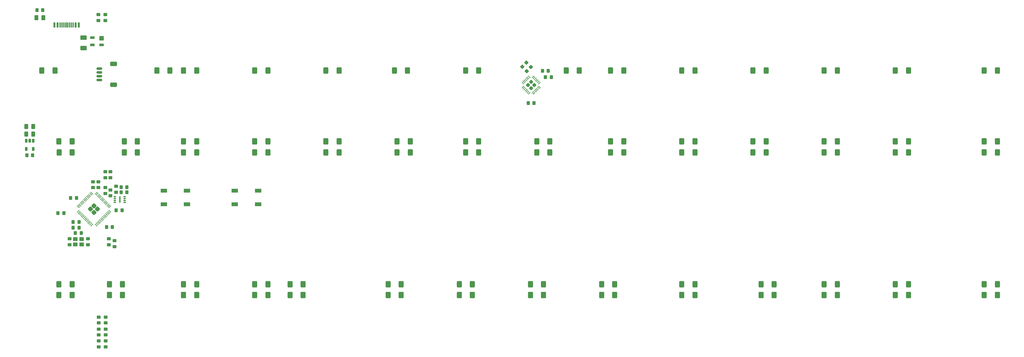
<source format=gbr>
%TF.GenerationSoftware,KiCad,Pcbnew,7.0.7*%
%TF.CreationDate,2024-01-22T13:40:03+01:00*%
%TF.ProjectId,0x42_panel,30783432-5f70-4616-9e65-6c2e6b696361,2*%
%TF.SameCoordinates,Original*%
%TF.FileFunction,Paste,Bot*%
%TF.FilePolarity,Positive*%
%FSLAX46Y46*%
G04 Gerber Fmt 4.6, Leading zero omitted, Abs format (unit mm)*
G04 Created by KiCad (PCBNEW 7.0.7) date 2024-01-22 13:40:03*
%MOMM*%
%LPD*%
G01*
G04 APERTURE LIST*
G04 Aperture macros list*
%AMRoundRect*
0 Rectangle with rounded corners*
0 $1 Rounding radius*
0 $2 $3 $4 $5 $6 $7 $8 $9 X,Y pos of 4 corners*
0 Add a 4 corners polygon primitive as box body*
4,1,4,$2,$3,$4,$5,$6,$7,$8,$9,$2,$3,0*
0 Add four circle primitives for the rounded corners*
1,1,$1+$1,$2,$3*
1,1,$1+$1,$4,$5*
1,1,$1+$1,$6,$7*
1,1,$1+$1,$8,$9*
0 Add four rect primitives between the rounded corners*
20,1,$1+$1,$2,$3,$4,$5,0*
20,1,$1+$1,$4,$5,$6,$7,0*
20,1,$1+$1,$6,$7,$8,$9,0*
20,1,$1+$1,$8,$9,$2,$3,0*%
G04 Aperture macros list end*
%ADD10RoundRect,0.195000X-0.455000X-0.655000X0.455000X-0.655000X0.455000X0.655000X-0.455000X0.655000X0*%
%ADD11RoundRect,0.131250X-0.306250X-0.343750X0.306250X-0.343750X0.306250X0.343750X-0.306250X0.343750X0*%
%ADD12RoundRect,0.131250X0.343750X-0.306250X0.343750X0.306250X-0.343750X0.306250X-0.343750X-0.306250X0*%
%ADD13RoundRect,0.195000X0.455000X0.655000X-0.455000X0.655000X-0.455000X-0.655000X0.455000X-0.655000X0*%
%ADD14RoundRect,0.131250X0.306250X0.343750X-0.306250X0.343750X-0.306250X-0.343750X0.306250X-0.343750X0*%
%ADD15RoundRect,0.131250X-0.343750X0.306250X-0.343750X-0.306250X0.343750X-0.306250X0.343750X0.306250X0*%
%ADD16R,1.800000X1.100000*%
%ADD17RoundRect,0.146250X0.341250X0.553750X-0.341250X0.553750X-0.341250X-0.553750X0.341250X-0.553750X0*%
%ADD18RoundRect,0.037500X0.262500X0.087500X-0.262500X0.087500X-0.262500X-0.087500X0.262500X-0.087500X0*%
%ADD19RoundRect,0.045000X0.105000X0.830000X-0.105000X0.830000X-0.105000X-0.830000X0.105000X-0.830000X0*%
%ADD20RoundRect,0.146250X-0.341250X-0.553750X0.341250X-0.553750X0.341250X0.553750X-0.341250X0.553750X0*%
%ADD21RoundRect,0.250000X0.413257X0.000000X0.000000X0.413257X-0.413257X0.000000X0.000000X-0.413257X0*%
%ADD22RoundRect,0.050000X0.309359X-0.238649X-0.238649X0.309359X-0.309359X0.238649X0.238649X-0.309359X0*%
%ADD23RoundRect,0.050000X0.309359X0.238649X0.238649X0.309359X-0.309359X-0.238649X-0.238649X-0.309359X0*%
%ADD24RoundRect,0.131250X-0.026517X0.459619X-0.459619X0.026517X0.026517X-0.459619X0.459619X-0.026517X0*%
%ADD25R,1.200000X1.200000*%
%ADD26R,1.200000X0.800000*%
%ADD27R,1.150000X1.000000*%
%ADD28RoundRect,0.232500X0.000000X0.328805X-0.328805X0.000000X0.000000X-0.328805X0.328805X0.000000X0*%
%ADD29RoundRect,0.050000X0.220971X0.291682X-0.291682X-0.220971X-0.220971X-0.291682X0.291682X0.220971X0*%
%ADD30RoundRect,0.050000X-0.220971X0.291682X-0.291682X0.220971X0.220971X-0.291682X0.291682X-0.220971X0*%
%ADD31RoundRect,0.150000X-0.625000X0.150000X-0.625000X-0.150000X0.625000X-0.150000X0.625000X0.150000X0*%
%ADD32RoundRect,0.250000X-0.650000X0.350000X-0.650000X-0.350000X0.650000X-0.350000X0.650000X0.350000X0*%
%ADD33RoundRect,0.250000X0.625000X-0.375000X0.625000X0.375000X-0.625000X0.375000X-0.625000X-0.375000X0*%
%ADD34RoundRect,0.097500X-0.227500X0.432500X-0.227500X-0.432500X0.227500X-0.432500X0.227500X0.432500X0*%
%ADD35R,0.600000X1.450000*%
%ADD36R,0.300000X1.450000*%
G04 APERTURE END LIST*
D10*
%TO.C,D204*%
X99968750Y-52500000D03*
X103468750Y-52500000D03*
%TD*%
D11*
%TO.C,R5*%
X32912500Y-74150000D03*
X34487500Y-74150000D03*
%TD*%
D12*
%TO.C,R10*%
X41000000Y-101387500D03*
X41000000Y-99812500D03*
%TD*%
D13*
%TO.C,D200*%
X32050000Y-52500000D03*
X28550000Y-52500000D03*
%TD*%
D14*
%TO.C,R17*%
X160287500Y-32400000D03*
X158712500Y-32400000D03*
%TD*%
D10*
%TO.C,D304*%
X90350000Y-87800000D03*
X93850000Y-87800000D03*
%TD*%
D14*
%TO.C,R16*%
X159487500Y-30700000D03*
X157912500Y-30700000D03*
%TD*%
D10*
%TO.C,D111*%
X233318750Y-49600000D03*
X236818750Y-49600000D03*
%TD*%
%TO.C,D102*%
X61868750Y-49600000D03*
X65368750Y-49600000D03*
%TD*%
%TO.C,D106*%
X137368750Y-49600000D03*
X140868750Y-49600000D03*
%TD*%
%TO.C,D206*%
X137368750Y-52500000D03*
X140868750Y-52500000D03*
%TD*%
%TO.C,D212*%
X252368750Y-52500000D03*
X255868750Y-52500000D03*
%TD*%
%TO.C,D012*%
X252368750Y-30600000D03*
X255868750Y-30600000D03*
%TD*%
D11*
%TO.C,C2*%
X19912500Y-53300000D03*
X21487500Y-53300000D03*
%TD*%
D10*
%TO.C,D412*%
X252368750Y-90700000D03*
X255868750Y-90700000D03*
%TD*%
D14*
%TO.C,R8*%
X46737500Y-61800000D03*
X45162500Y-61800000D03*
%TD*%
D15*
%TO.C,C16*%
X41000000Y-103012500D03*
X41000000Y-104587500D03*
%TD*%
D10*
%TO.C,D403*%
X80918750Y-90700000D03*
X84418750Y-90700000D03*
%TD*%
%TO.C,D411*%
X233318750Y-90700000D03*
X236818750Y-90700000D03*
%TD*%
%TO.C,D002*%
X61868750Y-30600000D03*
X65368750Y-30600000D03*
%TD*%
%TO.C,D312*%
X252368750Y-87800000D03*
X255868750Y-87800000D03*
%TD*%
%TO.C,D104*%
X99968750Y-49600000D03*
X103468750Y-49600000D03*
%TD*%
%TO.C,D011*%
X233318750Y-30600000D03*
X236818750Y-30600000D03*
%TD*%
D12*
%TO.C,C3*%
X37650000Y-61937500D03*
X37650000Y-60362500D03*
%TD*%
D10*
%TO.C,D308*%
X173787500Y-87800000D03*
X177287500Y-87800000D03*
%TD*%
D16*
%TO.C,SW2*%
X62800000Y-62750000D03*
X62800000Y-66450000D03*
X56600000Y-62750000D03*
X56600000Y-66450000D03*
%TD*%
D10*
%TO.C,D408*%
X173787500Y-90700000D03*
X177287500Y-90700000D03*
%TD*%
D17*
%TO.C,C0*%
X24337500Y-16450000D03*
X22462500Y-16450000D03*
%TD*%
D10*
%TO.C,D201*%
X45993750Y-52500000D03*
X49493750Y-52500000D03*
%TD*%
D11*
%TO.C,R0*%
X22612500Y-14450000D03*
X24187500Y-14450000D03*
%TD*%
D10*
%TO.C,D413*%
X276181250Y-90700000D03*
X279681250Y-90700000D03*
%TD*%
D15*
%TO.C,R3*%
X42300000Y-57712500D03*
X42300000Y-59287500D03*
%TD*%
D10*
%TO.C,D004*%
X99968750Y-30600000D03*
X103468750Y-30600000D03*
%TD*%
D15*
%TO.C,C15*%
X39200000Y-103012500D03*
X39200000Y-104587500D03*
%TD*%
D10*
%TO.C,D207*%
X156418750Y-52500000D03*
X159918750Y-52500000D03*
%TD*%
D12*
%TO.C,R1*%
X40900000Y-17187500D03*
X40900000Y-15612500D03*
%TD*%
D10*
%TO.C,D013*%
X276181250Y-30600000D03*
X279681250Y-30600000D03*
%TD*%
D18*
%TO.C,U2*%
X46100000Y-64400000D03*
X46100000Y-64900000D03*
X46100000Y-65400000D03*
X46100000Y-65900000D03*
X43500000Y-65900000D03*
X43500000Y-65400000D03*
X43500000Y-64900000D03*
X43500000Y-64400000D03*
D19*
X44800000Y-65150000D03*
%TD*%
D14*
%TO.C,R6*%
X46737500Y-63200000D03*
X45162500Y-63200000D03*
%TD*%
D10*
%TO.C,D109*%
X195218750Y-49600000D03*
X198718750Y-49600000D03*
%TD*%
%TO.C,D009*%
X195218750Y-30600000D03*
X198718750Y-30600000D03*
%TD*%
D15*
%TO.C,R4*%
X40950000Y-57712500D03*
X40950000Y-59287500D03*
%TD*%
%TO.C,R15*%
X43400000Y-76162500D03*
X43400000Y-77737500D03*
%TD*%
D16*
%TO.C,SW1*%
X81800000Y-62750000D03*
X81800000Y-66450000D03*
X75600000Y-62750000D03*
X75600000Y-66450000D03*
%TD*%
D20*
%TO.C,C1*%
X19762500Y-47600000D03*
X21637500Y-47600000D03*
%TD*%
D10*
%TO.C,D202*%
X61868750Y-52500000D03*
X65368750Y-52500000D03*
%TD*%
D21*
%TO.C,U1*%
X37900000Y-68601561D03*
X38801561Y-67700000D03*
X36998439Y-67700000D03*
X37900000Y-66798439D03*
D22*
X42169157Y-68292202D03*
X41886314Y-68575045D03*
X41603472Y-68857887D03*
X41320629Y-69140730D03*
X41037786Y-69423573D03*
X40754944Y-69706415D03*
X40472101Y-69989258D03*
X40189258Y-70272101D03*
X39906415Y-70554944D03*
X39623573Y-70837786D03*
X39340730Y-71120629D03*
X39057887Y-71403472D03*
X38775045Y-71686314D03*
X38492202Y-71969157D03*
D23*
X37307798Y-71969157D03*
X37024955Y-71686314D03*
X36742113Y-71403472D03*
X36459270Y-71120629D03*
X36176427Y-70837786D03*
X35893585Y-70554944D03*
X35610742Y-70272101D03*
X35327899Y-69989258D03*
X35045056Y-69706415D03*
X34762214Y-69423573D03*
X34479371Y-69140730D03*
X34196528Y-68857887D03*
X33913686Y-68575045D03*
X33630843Y-68292202D03*
D22*
X33630843Y-67107798D03*
X33913686Y-66824955D03*
X34196528Y-66542113D03*
X34479371Y-66259270D03*
X34762214Y-65976427D03*
X35045056Y-65693585D03*
X35327899Y-65410742D03*
X35610742Y-65127899D03*
X35893585Y-64845056D03*
X36176427Y-64562214D03*
X36459270Y-64279371D03*
X36742113Y-63996528D03*
X37024955Y-63713686D03*
X37307798Y-63430843D03*
D23*
X38492202Y-63430843D03*
X38775045Y-63713686D03*
X39057887Y-63996528D03*
X39340730Y-64279371D03*
X39623573Y-64562214D03*
X39906415Y-64845056D03*
X40189258Y-65127899D03*
X40472101Y-65410742D03*
X40754944Y-65693585D03*
X41037786Y-65976427D03*
X41320629Y-66259270D03*
X41603472Y-66542113D03*
X41886314Y-66824955D03*
X42169157Y-67107798D03*
%TD*%
D15*
%TO.C,C14*%
X31350000Y-75662500D03*
X31350000Y-77237500D03*
%TD*%
D10*
%TO.C,D306*%
X135687500Y-87800000D03*
X139187500Y-87800000D03*
%TD*%
D12*
%TO.C,C13*%
X36250000Y-77237500D03*
X36250000Y-75662500D03*
%TD*%
D11*
%TO.C,C9*%
X43812500Y-68050000D03*
X45387500Y-68050000D03*
%TD*%
D10*
%TO.C,D003*%
X80918750Y-30600000D03*
X84418750Y-30600000D03*
%TD*%
D12*
%TO.C,R9*%
X39200000Y-101387500D03*
X39200000Y-99812500D03*
%TD*%
D24*
%TO.C,C18*%
X154856847Y-29643153D03*
X153743153Y-30756847D03*
%TD*%
D10*
%TO.C,D006*%
X137368750Y-30600000D03*
X140868750Y-30600000D03*
%TD*%
%TO.C,D008*%
X176168750Y-30600000D03*
X179668750Y-30600000D03*
%TD*%
D25*
%TO.C,ESD1*%
X39900000Y-22000000D03*
D26*
X39900000Y-23700000D03*
X37500000Y-23700000D03*
X37500000Y-21800000D03*
%TD*%
D10*
%TO.C,D005*%
X118318750Y-30600000D03*
X121818750Y-30600000D03*
%TD*%
%TO.C,D001*%
X54725000Y-30600000D03*
X58225000Y-30600000D03*
%TD*%
%TO.C,D311*%
X233318750Y-87800000D03*
X236818750Y-87800000D03*
%TD*%
D20*
%TO.C,Cb1*%
X19762500Y-45600000D03*
X21637500Y-45600000D03*
%TD*%
D10*
%TO.C,D309*%
X195218750Y-87800000D03*
X198718750Y-87800000D03*
%TD*%
D12*
%TO.C,C11*%
X42300000Y-64137500D03*
X42300000Y-62562500D03*
%TD*%
D27*
%TO.C,Y1*%
X34625000Y-77150000D03*
X32875000Y-77150000D03*
X32875000Y-75750000D03*
X34625000Y-75750000D03*
%TD*%
D28*
%TO.C,U4*%
X155713173Y-34481250D03*
X154900000Y-33668077D03*
X154900000Y-35294423D03*
X154086827Y-34481250D03*
D29*
X155421491Y-32262702D03*
X155704334Y-32545545D03*
X155987177Y-32828388D03*
X156270019Y-33111231D03*
X156552862Y-33394073D03*
X156835705Y-33676916D03*
X157118548Y-33959759D03*
D30*
X157118548Y-35002741D03*
X156835705Y-35285584D03*
X156552862Y-35568427D03*
X156270019Y-35851269D03*
X155987177Y-36134112D03*
X155704334Y-36416955D03*
X155421491Y-36699798D03*
D29*
X154378509Y-36699798D03*
X154095666Y-36416955D03*
X153812823Y-36134112D03*
X153529981Y-35851269D03*
X153247138Y-35568427D03*
X152964295Y-35285584D03*
X152681452Y-35002741D03*
D30*
X152681452Y-33959759D03*
X152964295Y-33676916D03*
X153247138Y-33394073D03*
X153529981Y-33111231D03*
X153812823Y-32828388D03*
X154095666Y-32545545D03*
X154378509Y-32262702D03*
%TD*%
D10*
%TO.C,D301*%
X42050000Y-87800000D03*
X45550000Y-87800000D03*
%TD*%
%TO.C,D113*%
X276181250Y-49600000D03*
X279681250Y-49600000D03*
%TD*%
%TO.C,D213*%
X276181250Y-52500000D03*
X279681250Y-52500000D03*
%TD*%
D24*
%TO.C,C19*%
X153656847Y-28443153D03*
X152543153Y-29556847D03*
%TD*%
D10*
%TO.C,D402*%
X61868750Y-90700000D03*
X65368750Y-90700000D03*
%TD*%
D12*
%TO.C,R11*%
X39200000Y-98187500D03*
X39200000Y-96612500D03*
%TD*%
D13*
%TO.C,D100*%
X32031250Y-49600000D03*
X28531250Y-49600000D03*
%TD*%
D10*
%TO.C,D410*%
X216434375Y-90700000D03*
X219934375Y-90700000D03*
%TD*%
D14*
%TO.C,C7*%
X33887500Y-72650000D03*
X32312500Y-72650000D03*
%TD*%
D12*
%TO.C,R12*%
X41000000Y-98187500D03*
X41000000Y-96612500D03*
%TD*%
D14*
%TO.C,R7*%
X29837500Y-68750000D03*
X28262500Y-68750000D03*
%TD*%
D31*
%TO.C,J2*%
X39300000Y-30100000D03*
X39300000Y-31100000D03*
X39300000Y-32100000D03*
X39300000Y-33100000D03*
D32*
X43175000Y-28800000D03*
X43175000Y-34400000D03*
%TD*%
D33*
%TO.C,F1*%
X35100000Y-24600000D03*
X35100000Y-21800000D03*
%TD*%
D10*
%TO.C,D405*%
X116637500Y-90700000D03*
X120137500Y-90700000D03*
%TD*%
%TO.C,D404*%
X90350000Y-90700000D03*
X93850000Y-90700000D03*
%TD*%
%TO.C,D007*%
X164262500Y-30600000D03*
X167762500Y-30600000D03*
%TD*%
%TO.C,D205*%
X119018750Y-52500000D03*
X122518750Y-52500000D03*
%TD*%
%TO.C,D211*%
X233318750Y-52500000D03*
X236818750Y-52500000D03*
%TD*%
%TO.C,D203*%
X80918750Y-52500000D03*
X84418750Y-52500000D03*
%TD*%
D13*
%TO.C,D300*%
X32031250Y-87800000D03*
X28531250Y-87800000D03*
%TD*%
D14*
%TO.C,C12*%
X33887500Y-71150000D03*
X32312500Y-71150000D03*
%TD*%
D10*
%TO.C,D010*%
X214268750Y-30600000D03*
X217768750Y-30600000D03*
%TD*%
%TO.C,D105*%
X119018750Y-49600000D03*
X122518750Y-49600000D03*
%TD*%
D12*
%TO.C,R2*%
X39100000Y-17187500D03*
X39100000Y-15612500D03*
%TD*%
D10*
%TO.C,D101*%
X45993750Y-49600000D03*
X49493750Y-49600000D03*
%TD*%
%TO.C,D210*%
X214268750Y-52500000D03*
X217768750Y-52500000D03*
%TD*%
%TO.C,D305*%
X116637500Y-87800000D03*
X120137500Y-87800000D03*
%TD*%
D34*
%TO.C,U3*%
X19750000Y-49400000D03*
X20700000Y-49400000D03*
X21650000Y-49400000D03*
X21650000Y-51600000D03*
X19750000Y-51600000D03*
%TD*%
D10*
%TO.C,D208*%
X176168750Y-52500000D03*
X179668750Y-52500000D03*
%TD*%
%TO.C,D112*%
X252368750Y-49600000D03*
X255868750Y-49600000D03*
%TD*%
%TO.C,D108*%
X176168750Y-49600000D03*
X179668750Y-49600000D03*
%TD*%
D15*
%TO.C,R14*%
X41850000Y-75662500D03*
X41850000Y-77237500D03*
%TD*%
D10*
%TO.C,D313*%
X276181250Y-87800000D03*
X279681250Y-87800000D03*
%TD*%
D12*
%TO.C,C10*%
X43800000Y-63187500D03*
X43800000Y-61612500D03*
%TD*%
D13*
%TO.C,D400*%
X32031250Y-90700000D03*
X28531250Y-90700000D03*
%TD*%
D10*
%TO.C,D406*%
X135687500Y-90700000D03*
X139187500Y-90700000D03*
%TD*%
%TO.C,D209*%
X195218750Y-52500000D03*
X198718750Y-52500000D03*
%TD*%
%TO.C,D107*%
X156418750Y-49600000D03*
X159918750Y-49600000D03*
%TD*%
%TO.C,D310*%
X216434375Y-87800000D03*
X219934375Y-87800000D03*
%TD*%
%TO.C,D103*%
X80918750Y-49600000D03*
X84418750Y-49600000D03*
%TD*%
D11*
%TO.C,C8*%
X41262500Y-72500000D03*
X42837500Y-72500000D03*
%TD*%
D10*
%TO.C,D409*%
X195218750Y-90700000D03*
X198718750Y-90700000D03*
%TD*%
D12*
%TO.C,C4*%
X39050000Y-61937500D03*
X39050000Y-60362500D03*
%TD*%
D10*
%TO.C,D302*%
X61868750Y-87800000D03*
X65368750Y-87800000D03*
%TD*%
%TO.C,D407*%
X154737500Y-90700000D03*
X158237500Y-90700000D03*
%TD*%
%TO.C,D401*%
X42050000Y-90700000D03*
X45550000Y-90700000D03*
%TD*%
D35*
%TO.C,J1*%
X27317000Y-18398000D03*
X28117000Y-18398000D03*
D36*
X29317000Y-18398000D03*
X30317000Y-18398000D03*
X30817000Y-18398000D03*
X31817000Y-18398000D03*
D35*
X33017000Y-18398000D03*
X33817000Y-18398000D03*
X33817000Y-18398000D03*
X33017000Y-18398000D03*
D36*
X32317000Y-18398000D03*
X31317000Y-18398000D03*
X29817000Y-18398000D03*
X28817000Y-18398000D03*
D35*
X28117000Y-18398000D03*
X27317000Y-18398000D03*
%TD*%
D10*
%TO.C,D303*%
X80918750Y-87800000D03*
X84418750Y-87800000D03*
%TD*%
%TO.C,D110*%
X214268750Y-49600000D03*
X217768750Y-49600000D03*
%TD*%
D12*
%TO.C,C5*%
X40950000Y-63537500D03*
X40950000Y-61962500D03*
%TD*%
D14*
%TO.C,C6*%
X33237500Y-64700000D03*
X31662500Y-64700000D03*
%TD*%
D10*
%TO.C,D307*%
X154737500Y-87800000D03*
X158237500Y-87800000D03*
%TD*%
D13*
%TO.C,D000*%
X27450000Y-30600000D03*
X23950000Y-30600000D03*
%TD*%
D11*
%TO.C,C17*%
X154112500Y-39281250D03*
X155687500Y-39281250D03*
%TD*%
M02*

</source>
